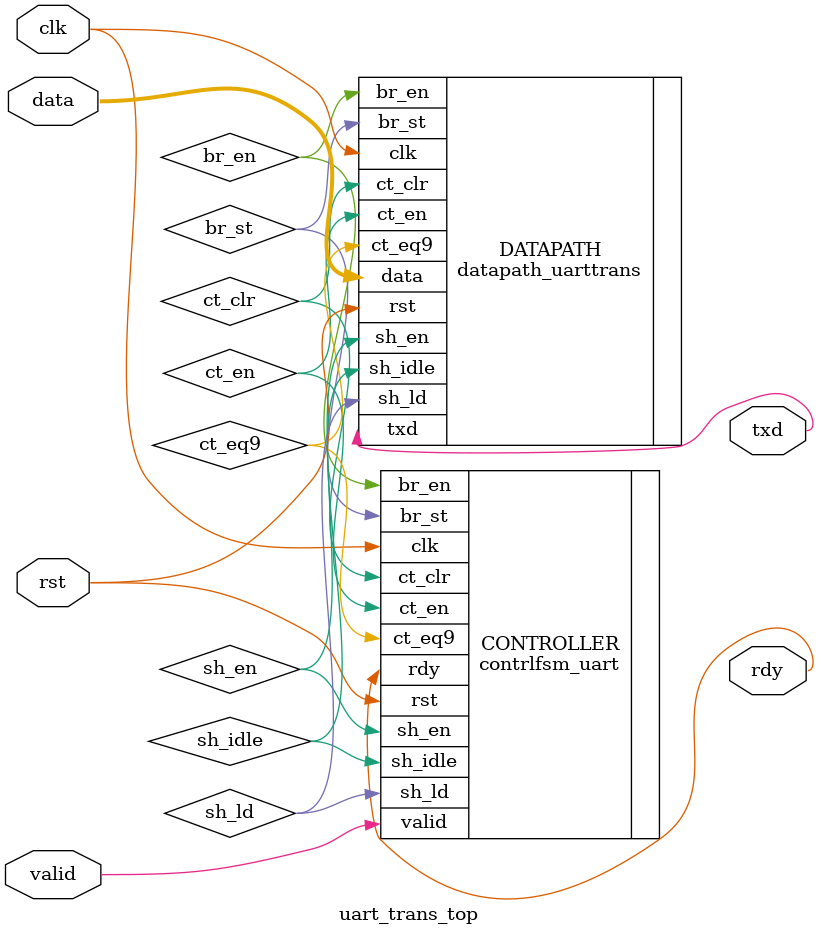
<source format=sv>

`timescale 1ns / 1ps


module uart_trans_top(
  input logic clk , rst, valid,
  input logic [7:0] data,
  output logic txd, rdy

  );
    parameter BAUD_RATE = 9600;


  logic sh_ld, sh_idle, sh_en, br_st,ct_clr, ct_en, ct_eq9;

  contrlfsm_uart CONTROLLER(.valid(valid), .clk(clk), .ct_eq9(ct_eq9), .rst(rst), .br_en(br_en), .rdy(rdy), .sh_ld(sh_ld), .sh_idle(sh_idle), .sh_en(sh_en), .br_st(br_st), .ct_clr(ct_clr), .ct_en(ct_en));
  datapath_uarttrans #(.BAUD_RATE(BAUD_RATE)) DATAPATH (.sh_ld(sh_ld), .sh_idle(sh_idle), .sh_en(sh_en), .br_st(br_st), .ct_clr(ct_clr), .clk(clk), .rst(rst), .ct_en(ct_en), .data(data),.ct_eq9(ct_eq9), .txd(txd), .br_en(br_en));
endmodule

</source>
